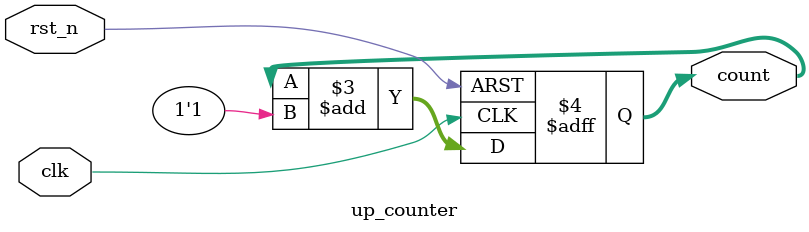
<source format=v>
module up_counter (
    input clk,
    input rst_n,      // active-low reset
    output reg [3:0] count
);
    always @(posedge clk or negedge rst_n) begin
        if (!rst_n)
            count <= 4'b0000;      // reset to 0
        else
            count <= count + 1'b1; // increment
    end
endmodule

</source>
